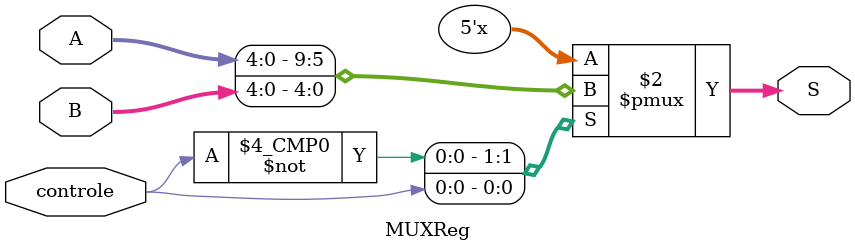
<source format=v>
module MUXReg(A, B, controle, S);
  input[4:0] A, B;
  input controle;
  output reg[4:0] S;
  
  always@(controle)
    begin
      case(controle)
        0: S <= A;
        1: S <= B;
      endcase
    end
  
endmodule

</source>
